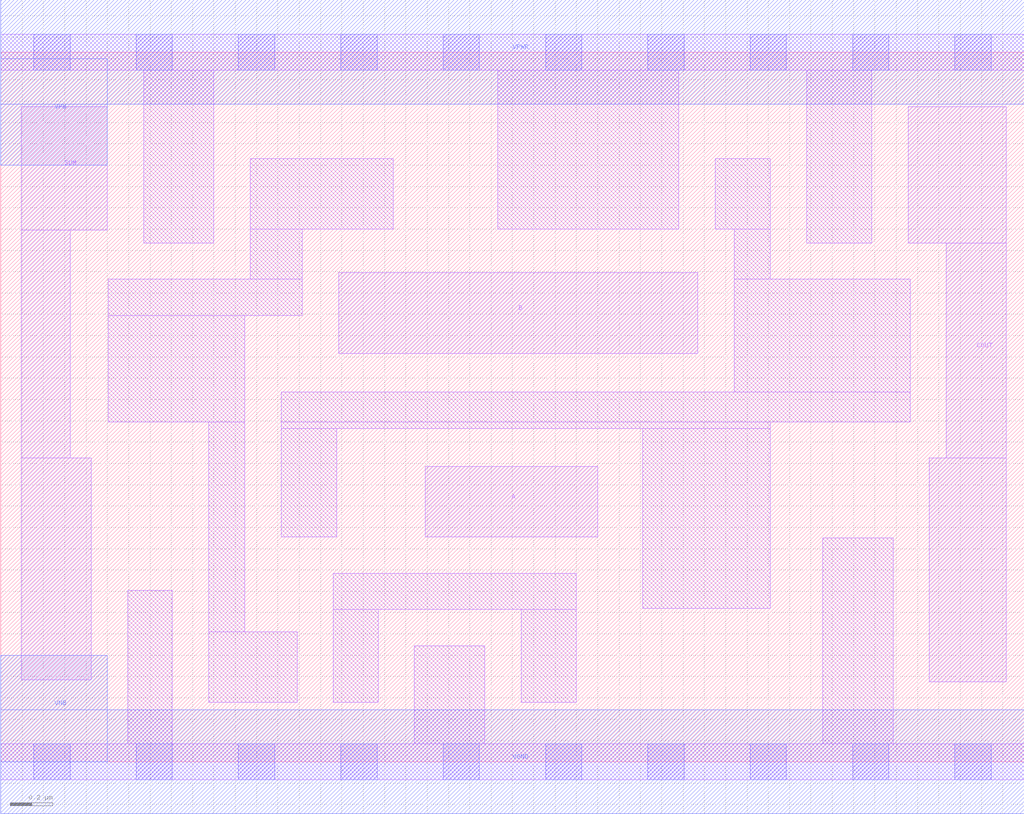
<source format=lef>
# Copyright 2020 The SkyWater PDK Authors
#
# Licensed under the Apache License, Version 2.0 (the "License");
# you may not use this file except in compliance with the License.
# You may obtain a copy of the License at
#
#     https://www.apache.org/licenses/LICENSE-2.0
#
# Unless required by applicable law or agreed to in writing, software
# distributed under the License is distributed on an "AS IS" BASIS,
# WITHOUT WARRANTIES OR CONDITIONS OF ANY KIND, either express or implied.
# See the License for the specific language governing permissions and
# limitations under the License.
#
# SPDX-License-Identifier: Apache-2.0

VERSION 5.5 ;
NAMESCASESENSITIVE ON ;
BUSBITCHARS "[]" ;
DIVIDERCHAR "/" ;
MACRO sky130_fd_sc_lp__ha_0
  CLASS CORE ;
  SOURCE USER ;
  ORIGIN  0.000000  0.000000 ;
  SIZE  4.800000 BY  3.330000 ;
  SYMMETRY X Y R90 ;
  SITE unit ;
  PIN A
    ANTENNAGATEAREA  0.252000 ;
    DIRECTION INPUT ;
    USE SIGNAL ;
    PORT
      LAYER li1 ;
        RECT 1.990000 1.055000 2.800000 1.385000 ;
    END
  END A
  PIN B
    ANTENNAGATEAREA  0.252000 ;
    DIRECTION INPUT ;
    USE SIGNAL ;
    PORT
      LAYER li1 ;
        RECT 1.585000 1.915000 3.270000 2.295000 ;
    END
  END B
  PIN COUT
    ANTENNADIFFAREA  0.280900 ;
    DIRECTION OUTPUT ;
    USE SIGNAL ;
    PORT
      LAYER li1 ;
        RECT 4.255000 2.435000 4.715000 3.075000 ;
        RECT 4.355000 0.375000 4.715000 1.425000 ;
        RECT 4.435000 1.425000 4.715000 2.435000 ;
    END
  END COUT
  PIN SUM
    ANTENNADIFFAREA  0.293700 ;
    DIRECTION OUTPUT ;
    USE SIGNAL ;
    PORT
      LAYER li1 ;
        RECT 0.095000 0.385000 0.425000 1.425000 ;
        RECT 0.095000 1.425000 0.325000 2.495000 ;
        RECT 0.095000 2.495000 0.500000 3.075000 ;
    END
  END SUM
  PIN VGND
    DIRECTION INOUT ;
    USE GROUND ;
    PORT
      LAYER met1 ;
        RECT 0.000000 -0.245000 4.800000 0.245000 ;
    END
  END VGND
  PIN VNB
    DIRECTION INOUT ;
    USE GROUND ;
    PORT
      LAYER met1 ;
        RECT 0.000000 0.000000 0.500000 0.500000 ;
    END
  END VNB
  PIN VPB
    DIRECTION INOUT ;
    USE POWER ;
    PORT
      LAYER met1 ;
        RECT 0.000000 2.800000 0.500000 3.300000 ;
    END
  END VPB
  PIN VPWR
    DIRECTION INOUT ;
    USE POWER ;
    PORT
      LAYER met1 ;
        RECT 0.000000 3.085000 4.800000 3.575000 ;
    END
  END VPWR
  OBS
    LAYER li1 ;
      RECT 0.000000 -0.085000 4.800000 0.085000 ;
      RECT 0.000000  3.245000 4.800000 3.415000 ;
      RECT 0.505000  1.595000 1.145000 2.095000 ;
      RECT 0.505000  2.095000 1.415000 2.265000 ;
      RECT 0.595000  0.085000 0.805000 0.805000 ;
      RECT 0.670000  2.435000 1.000000 3.245000 ;
      RECT 0.975000  0.280000 1.390000 0.610000 ;
      RECT 0.975000  0.610000 1.145000 1.595000 ;
      RECT 1.170000  2.265000 1.415000 2.500000 ;
      RECT 1.170000  2.500000 1.840000 2.830000 ;
      RECT 1.315000  1.055000 1.575000 1.565000 ;
      RECT 1.315000  1.565000 3.610000 1.595000 ;
      RECT 1.315000  1.595000 4.265000 1.735000 ;
      RECT 1.560000  0.280000 1.770000 0.715000 ;
      RECT 1.560000  0.715000 2.700000 0.885000 ;
      RECT 1.940000  0.085000 2.270000 0.545000 ;
      RECT 2.330000  2.500000 3.180000 3.245000 ;
      RECT 2.440000  0.280000 2.700000 0.715000 ;
      RECT 3.010000  0.720000 3.610000 1.565000 ;
      RECT 3.350000  2.500000 3.610000 2.830000 ;
      RECT 3.440000  1.735000 4.265000 2.265000 ;
      RECT 3.440000  2.265000 3.610000 2.500000 ;
      RECT 3.780000  2.435000 4.085000 3.245000 ;
      RECT 3.855000  0.085000 4.185000 1.050000 ;
    LAYER mcon ;
      RECT 0.155000 -0.085000 0.325000 0.085000 ;
      RECT 0.155000  3.245000 0.325000 3.415000 ;
      RECT 0.635000 -0.085000 0.805000 0.085000 ;
      RECT 0.635000  3.245000 0.805000 3.415000 ;
      RECT 1.115000 -0.085000 1.285000 0.085000 ;
      RECT 1.115000  3.245000 1.285000 3.415000 ;
      RECT 1.595000 -0.085000 1.765000 0.085000 ;
      RECT 1.595000  3.245000 1.765000 3.415000 ;
      RECT 2.075000 -0.085000 2.245000 0.085000 ;
      RECT 2.075000  3.245000 2.245000 3.415000 ;
      RECT 2.555000 -0.085000 2.725000 0.085000 ;
      RECT 2.555000  3.245000 2.725000 3.415000 ;
      RECT 3.035000 -0.085000 3.205000 0.085000 ;
      RECT 3.035000  3.245000 3.205000 3.415000 ;
      RECT 3.515000 -0.085000 3.685000 0.085000 ;
      RECT 3.515000  3.245000 3.685000 3.415000 ;
      RECT 3.995000 -0.085000 4.165000 0.085000 ;
      RECT 3.995000  3.245000 4.165000 3.415000 ;
      RECT 4.475000 -0.085000 4.645000 0.085000 ;
      RECT 4.475000  3.245000 4.645000 3.415000 ;
  END
END sky130_fd_sc_lp__ha_0

</source>
